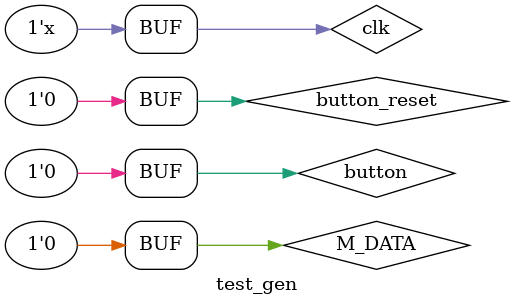
<source format=v>
`timescale 1ns / 1ps

module test_gen;
    reg M_DATA = 0;
    reg clk = 0;
    reg button = 0;
    reg button_reset = 0;
    wire[7:0] AN;
    wire[6:0] SEG;
//    wire[31:0] NUMBER;
//    wire button_signal;
//    wire button_signal_en;
//    wire reset_signal_en;
//    wire reset_signal;
    TOP_FURRY cntlr(
        .M_DATA(M_DATA),
//        .button_in(button),
        .clk(clk)
//        .button_reset_in(button_reset),
//        .AN(AN),
//        .NUMBER(NUMBER),
//        .SEG(SEG)
//        .button_signal(button_signal),
//        .button_signal_en(button_signal_en),
//        .reset_signal_en(reset_signal_en),
//        .reset_signal(reset_signal)
    );
    always #5 clk = ~ clk;
    initial 
        begin
            M_DATA = 0;#10;
            M_DATA = 0;#10;
            M_DATA = 1;#10;
            M_DATA = 0;#10;
            M_DATA = 1;#10;
            M_DATA = 1;#10;
            M_DATA = 0;#10;
            M_DATA = 1;#10;
            M_DATA = 1;#10;
            M_DATA = 1;#10;
            
            M_DATA = 1;#10;
            M_DATA = 1;#10;
            M_DATA = 1;#10;
            M_DATA = 1;#10;
            M_DATA = 1;#10;
            M_DATA = 1;#10;
            M_DATA = 1;#10;
            M_DATA = 1;#10;
            M_DATA = 1;#10;
            M_DATA = 1;#10;
            
            M_DATA = 1;#10;
            M_DATA = 1;#10;
            M_DATA = 1;#10;
            M_DATA = 0;#10;
            M_DATA = 1;#10;
            M_DATA = 1;#10;
            M_DATA = 0;#10;
            M_DATA = 1;#10;
            M_DATA = 0;#10;
            M_DATA = 0;#10;
           
            M_DATA = 1;#10;
            M_DATA = 0;#10;
            M_DATA = 0;#10;
            M_DATA = 0;#10;
            M_DATA = 0;#10;
            M_DATA = 0;#10;
            M_DATA = 0;#10;
            M_DATA = 0;#10;
            M_DATA = 0;#10;
            M_DATA = 0;#10;
            
            M_DATA = 0;#10;
            M_DATA = 0;#10;
            M_DATA = 0;#10;
            M_DATA = 0;#10;
            M_DATA = 1;#10;
            M_DATA = 0;#10;
            M_DATA = 0;#10;
            M_DATA = 0;#10;
            M_DATA = 1;#10;
            M_DATA = 0;#10;
    end
endmodule

</source>
